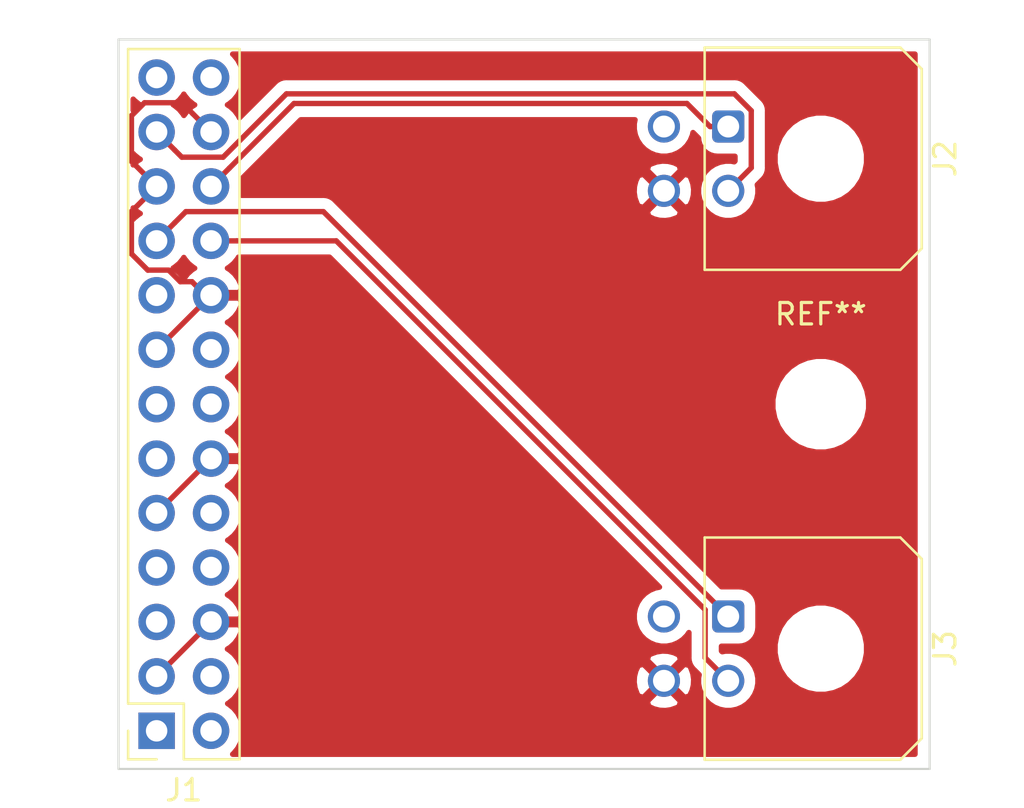
<source format=kicad_pcb>
(kicad_pcb (version 20171130) (host pcbnew "(5.1.2-1)-1")

  (general
    (thickness 1.6)
    (drawings 4)
    (tracks 39)
    (zones 0)
    (modules 4)
    (nets 6)
  )

  (page A4)
  (layers
    (0 F.Cu signal)
    (31 B.Cu signal)
    (32 B.Adhes user)
    (33 F.Adhes user)
    (34 B.Paste user)
    (35 F.Paste user)
    (36 B.SilkS user)
    (37 F.SilkS user)
    (38 B.Mask user)
    (39 F.Mask user)
    (40 Dwgs.User user)
    (41 Cmts.User user)
    (42 Eco1.User user)
    (43 Eco2.User user)
    (44 Edge.Cuts user)
    (45 Margin user)
    (46 B.CrtYd user)
    (47 F.CrtYd user)
    (48 B.Fab user)
    (49 F.Fab user)
  )

  (setup
    (last_trace_width 0.25)
    (trace_clearance 0.2)
    (zone_clearance 0.508)
    (zone_45_only no)
    (trace_min 0.2)
    (via_size 0.8)
    (via_drill 0.4)
    (via_min_size 0.4)
    (via_min_drill 0.3)
    (uvia_size 0.3)
    (uvia_drill 0.1)
    (uvias_allowed no)
    (uvia_min_size 0.2)
    (uvia_min_drill 0.1)
    (edge_width 0.05)
    (segment_width 0.2)
    (pcb_text_width 0.3)
    (pcb_text_size 1.5 1.5)
    (mod_edge_width 0.12)
    (mod_text_size 1 1)
    (mod_text_width 0.15)
    (pad_size 1.524 1.524)
    (pad_drill 0.762)
    (pad_to_mask_clearance 0.051)
    (solder_mask_min_width 0.25)
    (aux_axis_origin 0 0)
    (visible_elements FFFFFF7F)
    (pcbplotparams
      (layerselection 0x010fc_ffffffff)
      (usegerberextensions false)
      (usegerberattributes false)
      (usegerberadvancedattributes false)
      (creategerberjobfile false)
      (excludeedgelayer true)
      (linewidth 0.100000)
      (plotframeref false)
      (viasonmask false)
      (mode 1)
      (useauxorigin false)
      (hpglpennumber 1)
      (hpglpenspeed 20)
      (hpglpendiameter 15.000000)
      (psnegative false)
      (psa4output false)
      (plotreference true)
      (plotvalue true)
      (plotinvisibletext false)
      (padsonsilk false)
      (subtractmaskfromsilk false)
      (outputformat 1)
      (mirror false)
      (drillshape 0)
      (scaleselection 1)
      (outputdirectory "../../../../../../Downloads/idc_molex/"))
  )

  (net 0 "")
  (net 1 GND)
  (net 2 "Net-(J1-Pad23)")
  (net 3 "Net-(J1-Pad22)")
  (net 4 "Net-(J1-Pad20)")
  (net 5 "Net-(J1-Pad19)")

  (net_class Default "Dit is de standaard class."
    (clearance 0.2)
    (trace_width 0.25)
    (via_dia 0.8)
    (via_drill 0.4)
    (uvia_dia 0.3)
    (uvia_drill 0.1)
    (add_net GND)
    (add_net "Net-(J1-Pad1)")
    (add_net "Net-(J1-Pad10)")
    (add_net "Net-(J1-Pad11)")
    (add_net "Net-(J1-Pad13)")
    (add_net "Net-(J1-Pad14)")
    (add_net "Net-(J1-Pad16)")
    (add_net "Net-(J1-Pad17)")
    (add_net "Net-(J1-Pad19)")
    (add_net "Net-(J1-Pad2)")
    (add_net "Net-(J1-Pad20)")
    (add_net "Net-(J1-Pad22)")
    (add_net "Net-(J1-Pad23)")
    (add_net "Net-(J1-Pad25)")
    (add_net "Net-(J1-Pad26)")
    (add_net "Net-(J1-Pad4)")
    (add_net "Net-(J1-Pad5)")
    (add_net "Net-(J1-Pad7)")
    (add_net "Net-(J1-Pad8)")
    (add_net "Net-(J2-Pad3)")
    (add_net "Net-(J3-Pad3)")
  )

  (module MountingHole:MountingHole_3.2mm_M3 (layer F.Cu) (tedit 56D1B4CB) (tstamp 5DED39C8)
    (at 133.35 36.322)
    (descr "Mounting Hole 3.2mm, no annular, M3")
    (tags "mounting hole 3.2mm no annular m3")
    (attr virtual)
    (fp_text reference REF** (at 0 -4.2) (layer F.SilkS)
      (effects (font (size 1 1) (thickness 0.15)))
    )
    (fp_text value MountingHole_3.2mm_M3 (at 0 4.2) (layer F.Fab)
      (effects (font (size 1 1) (thickness 0.15)))
    )
    (fp_circle (center 0 0) (end 3.45 0) (layer F.CrtYd) (width 0.05))
    (fp_circle (center 0 0) (end 3.2 0) (layer Cmts.User) (width 0.15))
    (fp_text user %R (at 0.3 0) (layer F.Fab)
      (effects (font (size 1 1) (thickness 0.15)))
    )
    (pad 1 np_thru_hole circle (at 0 0) (size 3.2 3.2) (drill 3.2) (layers *.Cu *.Mask))
  )

  (module Connector_Molex:Molex_Micro-Fit_3.0_43045-0400_2x02_P3.00mm_Horizontal (layer F.Cu) (tedit 5B799D96) (tstamp 5DED255B)
    (at 129.032 46.228 270)
    (descr "Molex Micro-Fit 3.0 Connector System, 43045-0400 (compatible alternatives: 43045-0401, 43045-0402), 2 Pins per row (https://www.molex.com/pdm_docs/sd/430450200_sd.pdf), generated with kicad-footprint-generator")
    (tags "connector Molex Micro-Fit_3.0 top entry")
    (path /5DED45A9)
    (fp_text reference J3 (at 1.5 -10.12 90) (layer F.SilkS)
      (effects (font (size 1 1) (thickness 0.15)))
    )
    (fp_text value Conn_01x04 (at 1.5 5.7 90) (layer F.Fab)
      (effects (font (size 1 1) (thickness 0.15)))
    )
    (fp_text user %R (at 1.5 -8.22 90) (layer F.Fab)
      (effects (font (size 1 1) (thickness 0.15)))
    )
    (fp_line (start -1.25 1.49) (end -4.08 1.49) (layer F.CrtYd) (width 0.05))
    (fp_line (start -1.25 4.25) (end -1.25 1.49) (layer F.CrtYd) (width 0.05))
    (fp_line (start 4.25 4.25) (end -1.25 4.25) (layer F.CrtYd) (width 0.05))
    (fp_line (start 4.25 1.49) (end 4.25 4.25) (layer F.CrtYd) (width 0.05))
    (fp_line (start 7.08 1.49) (end 4.25 1.49) (layer F.CrtYd) (width 0.05))
    (fp_line (start 7.08 -9.42) (end 7.08 1.49) (layer F.CrtYd) (width 0.05))
    (fp_line (start -4.08 -9.42) (end 7.08 -9.42) (layer F.CrtYd) (width 0.05))
    (fp_line (start -4.08 1.49) (end -4.08 -9.42) (layer F.CrtYd) (width 0.05))
    (fp_line (start 6.685 1.1) (end -3.685 1.1) (layer F.SilkS) (width 0.12))
    (fp_line (start 6.685 -8.03) (end 6.685 1.1) (layer F.SilkS) (width 0.12))
    (fp_line (start 5.685 -9.03) (end 6.685 -8.03) (layer F.SilkS) (width 0.12))
    (fp_line (start -2.685 -9.03) (end 5.685 -9.03) (layer F.SilkS) (width 0.12))
    (fp_line (start -3.685 -8.03) (end -2.685 -9.03) (layer F.SilkS) (width 0.12))
    (fp_line (start -3.685 1.1) (end -3.685 -8.03) (layer F.SilkS) (width 0.12))
    (fp_line (start 0 0) (end 0.75 0.99) (layer F.Fab) (width 0.1))
    (fp_line (start -0.75 0.99) (end 0 0) (layer F.Fab) (width 0.1))
    (fp_line (start 6.575 0.99) (end -3.575 0.99) (layer F.Fab) (width 0.1))
    (fp_line (start 6.575 -7.92) (end 6.575 0.99) (layer F.Fab) (width 0.1))
    (fp_line (start 5.575 -8.92) (end 6.575 -7.92) (layer F.Fab) (width 0.1))
    (fp_line (start -2.575 -8.92) (end 5.575 -8.92) (layer F.Fab) (width 0.1))
    (fp_line (start -3.575 -7.92) (end -2.575 -8.92) (layer F.Fab) (width 0.1))
    (fp_line (start -3.575 0.99) (end -3.575 -7.92) (layer F.Fab) (width 0.1))
    (pad 4 thru_hole circle (at 3 3 270) (size 1.5 1.5) (drill 1.02) (layers *.Cu *.Mask)
      (net 1 GND))
    (pad 3 thru_hole circle (at 0 3 270) (size 1.5 1.5) (drill 1.02) (layers *.Cu *.Mask))
    (pad 2 thru_hole circle (at 3 0 270) (size 1.5 1.5) (drill 1.02) (layers *.Cu *.Mask)
      (net 4 "Net-(J1-Pad20)"))
    (pad 1 thru_hole roundrect (at 0 0 270) (size 1.5 1.5) (drill 1.02) (layers *.Cu *.Mask) (roundrect_rratio 0.166667)
      (net 5 "Net-(J1-Pad19)"))
    (pad "" np_thru_hole circle (at 1.5 -4.32 270) (size 3 3) (drill 3) (layers *.Cu *.Mask))
    (model ${KISYS3DMOD}/Connector_Molex.3dshapes/Molex_Micro-Fit_3.0_43045-0400_2x02_P3.00mm_Horizontal.wrl
      (at (xyz 0 0 0))
      (scale (xyz 1 1 1))
      (rotate (xyz 0 0 0))
    )
  )

  (module Connector_Molex:Molex_Micro-Fit_3.0_43045-0400_2x02_P3.00mm_Horizontal (layer F.Cu) (tedit 5B799D96) (tstamp 5DED253B)
    (at 129.032 23.368 270)
    (descr "Molex Micro-Fit 3.0 Connector System, 43045-0400 (compatible alternatives: 43045-0401, 43045-0402), 2 Pins per row (https://www.molex.com/pdm_docs/sd/430450200_sd.pdf), generated with kicad-footprint-generator")
    (tags "connector Molex Micro-Fit_3.0 top entry")
    (path /5DED3E5C)
    (fp_text reference J2 (at 1.5 -10.12 90) (layer F.SilkS)
      (effects (font (size 1 1) (thickness 0.15)))
    )
    (fp_text value Conn_01x04 (at 1.5 5.7 90) (layer F.Fab)
      (effects (font (size 1 1) (thickness 0.15)))
    )
    (fp_text user %R (at 1.5 -8.22 90) (layer F.Fab)
      (effects (font (size 1 1) (thickness 0.15)))
    )
    (fp_line (start -1.25 1.49) (end -4.08 1.49) (layer F.CrtYd) (width 0.05))
    (fp_line (start -1.25 4.25) (end -1.25 1.49) (layer F.CrtYd) (width 0.05))
    (fp_line (start 4.25 4.25) (end -1.25 4.25) (layer F.CrtYd) (width 0.05))
    (fp_line (start 4.25 1.49) (end 4.25 4.25) (layer F.CrtYd) (width 0.05))
    (fp_line (start 7.08 1.49) (end 4.25 1.49) (layer F.CrtYd) (width 0.05))
    (fp_line (start 7.08 -9.42) (end 7.08 1.49) (layer F.CrtYd) (width 0.05))
    (fp_line (start -4.08 -9.42) (end 7.08 -9.42) (layer F.CrtYd) (width 0.05))
    (fp_line (start -4.08 1.49) (end -4.08 -9.42) (layer F.CrtYd) (width 0.05))
    (fp_line (start 6.685 1.1) (end -3.685 1.1) (layer F.SilkS) (width 0.12))
    (fp_line (start 6.685 -8.03) (end 6.685 1.1) (layer F.SilkS) (width 0.12))
    (fp_line (start 5.685 -9.03) (end 6.685 -8.03) (layer F.SilkS) (width 0.12))
    (fp_line (start -2.685 -9.03) (end 5.685 -9.03) (layer F.SilkS) (width 0.12))
    (fp_line (start -3.685 -8.03) (end -2.685 -9.03) (layer F.SilkS) (width 0.12))
    (fp_line (start -3.685 1.1) (end -3.685 -8.03) (layer F.SilkS) (width 0.12))
    (fp_line (start 0 0) (end 0.75 0.99) (layer F.Fab) (width 0.1))
    (fp_line (start -0.75 0.99) (end 0 0) (layer F.Fab) (width 0.1))
    (fp_line (start 6.575 0.99) (end -3.575 0.99) (layer F.Fab) (width 0.1))
    (fp_line (start 6.575 -7.92) (end 6.575 0.99) (layer F.Fab) (width 0.1))
    (fp_line (start 5.575 -8.92) (end 6.575 -7.92) (layer F.Fab) (width 0.1))
    (fp_line (start -2.575 -8.92) (end 5.575 -8.92) (layer F.Fab) (width 0.1))
    (fp_line (start -3.575 -7.92) (end -2.575 -8.92) (layer F.Fab) (width 0.1))
    (fp_line (start -3.575 0.99) (end -3.575 -7.92) (layer F.Fab) (width 0.1))
    (pad 4 thru_hole circle (at 3 3 270) (size 1.5 1.5) (drill 1.02) (layers *.Cu *.Mask)
      (net 1 GND))
    (pad 3 thru_hole circle (at 0 3 270) (size 1.5 1.5) (drill 1.02) (layers *.Cu *.Mask))
    (pad 2 thru_hole circle (at 3 0 270) (size 1.5 1.5) (drill 1.02) (layers *.Cu *.Mask)
      (net 2 "Net-(J1-Pad23)"))
    (pad 1 thru_hole roundrect (at 0 0 270) (size 1.5 1.5) (drill 1.02) (layers *.Cu *.Mask) (roundrect_rratio 0.166667)
      (net 3 "Net-(J1-Pad22)"))
    (pad "" np_thru_hole circle (at 1.5 -4.32 270) (size 3 3) (drill 3) (layers *.Cu *.Mask))
    (model ${KISYS3DMOD}/Connector_Molex.3dshapes/Molex_Micro-Fit_3.0_43045-0400_2x02_P3.00mm_Horizontal.wrl
      (at (xyz 0 0 0))
      (scale (xyz 1 1 1))
      (rotate (xyz 0 0 0))
    )
  )

  (module Connector_PinSocket_2.54mm:PinSocket_2x13_P2.54mm_Vertical (layer F.Cu) (tedit 5A19A430) (tstamp 5DED251B)
    (at 102.362 51.562 180)
    (descr "Through hole straight socket strip, 2x13, 2.54mm pitch, double cols (from Kicad 4.0.7), script generated")
    (tags "Through hole socket strip THT 2x13 2.54mm double row")
    (path /5DED245C)
    (fp_text reference J1 (at -1.27 -2.77) (layer F.SilkS)
      (effects (font (size 1 1) (thickness 0.15)))
    )
    (fp_text value Conn_02x13_Odd_Even (at -1.27 33.25) (layer F.Fab)
      (effects (font (size 1 1) (thickness 0.15)))
    )
    (fp_text user %R (at -1.27 15.24 90) (layer F.Fab)
      (effects (font (size 1 1) (thickness 0.15)))
    )
    (fp_line (start -4.34 32.25) (end -4.34 -1.8) (layer F.CrtYd) (width 0.05))
    (fp_line (start 1.76 32.25) (end -4.34 32.25) (layer F.CrtYd) (width 0.05))
    (fp_line (start 1.76 -1.8) (end 1.76 32.25) (layer F.CrtYd) (width 0.05))
    (fp_line (start -4.34 -1.8) (end 1.76 -1.8) (layer F.CrtYd) (width 0.05))
    (fp_line (start 0 -1.33) (end 1.33 -1.33) (layer F.SilkS) (width 0.12))
    (fp_line (start 1.33 -1.33) (end 1.33 0) (layer F.SilkS) (width 0.12))
    (fp_line (start -1.27 -1.33) (end -1.27 1.27) (layer F.SilkS) (width 0.12))
    (fp_line (start -1.27 1.27) (end 1.33 1.27) (layer F.SilkS) (width 0.12))
    (fp_line (start 1.33 1.27) (end 1.33 31.81) (layer F.SilkS) (width 0.12))
    (fp_line (start -3.87 31.81) (end 1.33 31.81) (layer F.SilkS) (width 0.12))
    (fp_line (start -3.87 -1.33) (end -3.87 31.81) (layer F.SilkS) (width 0.12))
    (fp_line (start -3.87 -1.33) (end -1.27 -1.33) (layer F.SilkS) (width 0.12))
    (fp_line (start -3.81 31.75) (end -3.81 -1.27) (layer F.Fab) (width 0.1))
    (fp_line (start 1.27 31.75) (end -3.81 31.75) (layer F.Fab) (width 0.1))
    (fp_line (start 1.27 -0.27) (end 1.27 31.75) (layer F.Fab) (width 0.1))
    (fp_line (start 0.27 -1.27) (end 1.27 -0.27) (layer F.Fab) (width 0.1))
    (fp_line (start -3.81 -1.27) (end 0.27 -1.27) (layer F.Fab) (width 0.1))
    (pad 26 thru_hole oval (at -2.54 30.48 180) (size 1.7 1.7) (drill 1) (layers *.Cu *.Mask))
    (pad 25 thru_hole oval (at 0 30.48 180) (size 1.7 1.7) (drill 1) (layers *.Cu *.Mask))
    (pad 24 thru_hole oval (at -2.54 27.94 180) (size 1.7 1.7) (drill 1) (layers *.Cu *.Mask)
      (net 1 GND))
    (pad 23 thru_hole oval (at 0 27.94 180) (size 1.7 1.7) (drill 1) (layers *.Cu *.Mask)
      (net 2 "Net-(J1-Pad23)"))
    (pad 22 thru_hole oval (at -2.54 25.4 180) (size 1.7 1.7) (drill 1) (layers *.Cu *.Mask)
      (net 3 "Net-(J1-Pad22)"))
    (pad 21 thru_hole oval (at 0 25.4 180) (size 1.7 1.7) (drill 1) (layers *.Cu *.Mask)
      (net 1 GND))
    (pad 20 thru_hole oval (at -2.54 22.86 180) (size 1.7 1.7) (drill 1) (layers *.Cu *.Mask)
      (net 4 "Net-(J1-Pad20)"))
    (pad 19 thru_hole oval (at 0 22.86 180) (size 1.7 1.7) (drill 1) (layers *.Cu *.Mask)
      (net 5 "Net-(J1-Pad19)"))
    (pad 18 thru_hole oval (at -2.54 20.32 180) (size 1.7 1.7) (drill 1) (layers *.Cu *.Mask)
      (net 1 GND))
    (pad 17 thru_hole oval (at 0 20.32 180) (size 1.7 1.7) (drill 1) (layers *.Cu *.Mask))
    (pad 16 thru_hole oval (at -2.54 17.78 180) (size 1.7 1.7) (drill 1) (layers *.Cu *.Mask))
    (pad 15 thru_hole oval (at 0 17.78 180) (size 1.7 1.7) (drill 1) (layers *.Cu *.Mask)
      (net 1 GND))
    (pad 14 thru_hole oval (at -2.54 15.24 180) (size 1.7 1.7) (drill 1) (layers *.Cu *.Mask))
    (pad 13 thru_hole oval (at 0 15.24 180) (size 1.7 1.7) (drill 1) (layers *.Cu *.Mask))
    (pad 12 thru_hole oval (at -2.54 12.7 180) (size 1.7 1.7) (drill 1) (layers *.Cu *.Mask)
      (net 1 GND))
    (pad 11 thru_hole oval (at 0 12.7 180) (size 1.7 1.7) (drill 1) (layers *.Cu *.Mask))
    (pad 10 thru_hole oval (at -2.54 10.16 180) (size 1.7 1.7) (drill 1) (layers *.Cu *.Mask))
    (pad 9 thru_hole oval (at 0 10.16 180) (size 1.7 1.7) (drill 1) (layers *.Cu *.Mask)
      (net 1 GND))
    (pad 8 thru_hole oval (at -2.54 7.62 180) (size 1.7 1.7) (drill 1) (layers *.Cu *.Mask))
    (pad 7 thru_hole oval (at 0 7.62 180) (size 1.7 1.7) (drill 1) (layers *.Cu *.Mask))
    (pad 6 thru_hole oval (at -2.54 5.08 180) (size 1.7 1.7) (drill 1) (layers *.Cu *.Mask)
      (net 1 GND))
    (pad 5 thru_hole oval (at 0 5.08 180) (size 1.7 1.7) (drill 1) (layers *.Cu *.Mask))
    (pad 4 thru_hole oval (at -2.54 2.54 180) (size 1.7 1.7) (drill 1) (layers *.Cu *.Mask))
    (pad 3 thru_hole oval (at 0 2.54 180) (size 1.7 1.7) (drill 1) (layers *.Cu *.Mask)
      (net 1 GND))
    (pad 2 thru_hole oval (at -2.54 0 180) (size 1.7 1.7) (drill 1) (layers *.Cu *.Mask))
    (pad 1 thru_hole rect (at 0 0 180) (size 1.7 1.7) (drill 1) (layers *.Cu *.Mask))
    (model ${KISYS3DMOD}/Connector_PinSocket_2.54mm.3dshapes/PinSocket_2x13_P2.54mm_Vertical.wrl
      (at (xyz 0 0 0))
      (scale (xyz 1 1 1))
      (rotate (xyz 0 0 0))
    )
  )

  (gr_line (start 100.584 53.34) (end 100.584 19.304) (layer Edge.Cuts) (width 0.1))
  (gr_line (start 138.43 53.34) (end 100.584 53.34) (layer Edge.Cuts) (width 0.1))
  (gr_line (start 138.43 19.304) (end 138.43 53.34) (layer Edge.Cuts) (width 0.1))
  (gr_line (start 100.584 19.304) (end 138.43 19.304) (layer Edge.Cuts) (width 0.1))

  (segment (start 102.362 49.022) (end 104.902 46.482) (width 0.25) (layer F.Cu) (net 1))
  (segment (start 102.362 41.402) (end 104.902 38.862) (width 0.25) (layer F.Cu) (net 1))
  (segment (start 102.362 33.782) (end 104.902 31.242) (width 0.25) (layer F.Cu) (net 1))
  (segment (start 103.537001 22.257001) (end 104.052001 22.772001) (width 0.25) (layer F.Cu) (net 1))
  (segment (start 101.186999 22.868001) (end 101.797999 22.257001) (width 0.25) (layer F.Cu) (net 1))
  (segment (start 104.052001 22.772001) (end 104.902 23.622) (width 0.25) (layer F.Cu) (net 1))
  (segment (start 101.186999 24.986999) (end 101.186999 22.868001) (width 0.25) (layer F.Cu) (net 1))
  (segment (start 101.797999 22.257001) (end 103.537001 22.257001) (width 0.25) (layer F.Cu) (net 1))
  (segment (start 102.362 26.162) (end 101.186999 24.986999) (width 0.25) (layer F.Cu) (net 1))
  (segment (start 103.466002 30.607) (end 104.013 30.607) (width 0.25) (layer F.Cu) (net 1))
  (segment (start 104.013 30.607) (end 104.648 31.242) (width 0.25) (layer F.Cu) (net 1))
  (segment (start 101.948999 30.066999) (end 102.926001 30.066999) (width 0.25) (layer F.Cu) (net 1))
  (segment (start 102.926001 30.066999) (end 103.466002 30.607) (width 0.25) (layer F.Cu) (net 1))
  (segment (start 101.186999 29.304999) (end 101.948999 30.066999) (width 0.25) (layer F.Cu) (net 1))
  (segment (start 104.648 31.242) (end 104.902 31.242) (width 0.25) (layer F.Cu) (net 1))
  (segment (start 101.186999 27.337001) (end 101.186999 29.304999) (width 0.25) (layer F.Cu) (net 1))
  (segment (start 102.362 26.162) (end 101.186999 27.337001) (width 0.25) (layer F.Cu) (net 1))
  (segment (start 103.211999 24.471999) (end 102.362 23.622) (width 0.25) (layer F.Cu) (net 2))
  (segment (start 108.420013 21.842989) (end 105.466001 24.797001) (width 0.25) (layer F.Cu) (net 2))
  (segment (start 103.537001 24.797001) (end 103.211999 24.471999) (width 0.25) (layer F.Cu) (net 2))
  (segment (start 129.320179 21.842989) (end 108.420013 21.842989) (width 0.25) (layer F.Cu) (net 2))
  (segment (start 130.10701 22.62982) (end 129.320179 21.842989) (width 0.25) (layer F.Cu) (net 2))
  (segment (start 105.466001 24.797001) (end 103.537001 24.797001) (width 0.25) (layer F.Cu) (net 2))
  (segment (start 130.10701 25.29299) (end 130.10701 22.62982) (width 0.25) (layer F.Cu) (net 2))
  (segment (start 129.032 26.368) (end 130.10701 25.29299) (width 0.25) (layer F.Cu) (net 2))
  (segment (start 108.771001 22.292999) (end 105.751999 25.312001) (width 0.25) (layer F.Cu) (net 3))
  (segment (start 127.106999 22.292999) (end 108.771001 22.292999) (width 0.25) (layer F.Cu) (net 3))
  (segment (start 128.182 23.368) (end 127.106999 22.292999) (width 0.25) (layer F.Cu) (net 3))
  (segment (start 105.751999 25.312001) (end 104.902 26.162) (width 0.25) (layer F.Cu) (net 3))
  (segment (start 129.032 23.368) (end 128.182 23.368) (width 0.25) (layer F.Cu) (net 3))
  (segment (start 106.104081 28.702) (end 104.902 28.702) (width 0.25) (layer F.Cu) (net 4))
  (segment (start 110.744 28.702) (end 106.104081 28.702) (width 0.25) (layer F.Cu) (net 4))
  (segment (start 127.95699 45.91499) (end 110.744 28.702) (width 0.25) (layer F.Cu) (net 4))
  (segment (start 127.95699 48.15299) (end 127.95699 45.91499) (width 0.25) (layer F.Cu) (net 4))
  (segment (start 129.032 49.228) (end 127.95699 48.15299) (width 0.25) (layer F.Cu) (net 4))
  (segment (start 103.211999 27.852001) (end 102.362 28.702) (width 0.25) (layer F.Cu) (net 5))
  (segment (start 103.726999 27.337001) (end 103.211999 27.852001) (width 0.25) (layer F.Cu) (net 5))
  (segment (start 110.141001 27.337001) (end 103.726999 27.337001) (width 0.25) (layer F.Cu) (net 5))
  (segment (start 129.032 46.228) (end 110.141001 27.337001) (width 0.25) (layer F.Cu) (net 5))

  (zone (net 1) (net_name GND) (layer F.Cu) (tstamp 0) (hatch edge 0.508)
    (connect_pads (clearance 0.508))
    (min_thickness 0.254)
    (fill yes (arc_segments 32) (thermal_gap 0.508) (thermal_bridge_width 0.508))
    (polygon
      (pts
        (xy 100.584 19.304) (xy 138.43 19.304) (xy 138.43 53.34) (xy 100.584 53.34)
      )
    )
    (filled_polygon
      (pts
        (xy 137.745001 52.655) (xy 105.910994 52.655) (xy 105.957134 52.617134) (xy 106.142706 52.391014) (xy 106.280599 52.133034)
        (xy 106.365513 51.853111) (xy 106.394185 51.562) (xy 106.365513 51.270889) (xy 106.280599 50.990966) (xy 106.142706 50.732986)
        (xy 105.957134 50.506866) (xy 105.731014 50.321294) (xy 105.676209 50.292) (xy 105.731014 50.262706) (xy 105.825707 50.184993)
        (xy 125.254612 50.184993) (xy 125.320137 50.42386) (xy 125.567116 50.53976) (xy 125.83196 50.60525) (xy 126.104492 50.617812)
        (xy 126.374238 50.576965) (xy 126.630832 50.484277) (xy 126.743863 50.42386) (xy 126.809388 50.184993) (xy 126.032 49.407605)
        (xy 125.254612 50.184993) (xy 105.825707 50.184993) (xy 105.957134 50.077134) (xy 106.142706 49.851014) (xy 106.280599 49.593034)
        (xy 106.365513 49.313111) (xy 106.366755 49.300492) (xy 124.642188 49.300492) (xy 124.683035 49.570238) (xy 124.775723 49.826832)
        (xy 124.83614 49.939863) (xy 125.075007 50.005388) (xy 125.852395 49.228) (xy 126.211605 49.228) (xy 126.988993 50.005388)
        (xy 127.22786 49.939863) (xy 127.34376 49.692884) (xy 127.40925 49.42804) (xy 127.421812 49.155508) (xy 127.380965 48.885762)
        (xy 127.288277 48.629168) (xy 127.22786 48.516137) (xy 126.988993 48.450612) (xy 126.211605 49.228) (xy 125.852395 49.228)
        (xy 125.075007 48.450612) (xy 124.83614 48.516137) (xy 124.72024 48.763116) (xy 124.65475 49.02796) (xy 124.642188 49.300492)
        (xy 106.366755 49.300492) (xy 106.394185 49.022) (xy 106.365513 48.730889) (xy 106.280599 48.450966) (xy 106.18441 48.271007)
        (xy 125.254612 48.271007) (xy 126.032 49.048395) (xy 126.809388 48.271007) (xy 126.743863 48.03214) (xy 126.496884 47.91624)
        (xy 126.23204 47.85075) (xy 125.959508 47.838188) (xy 125.689762 47.879035) (xy 125.433168 47.971723) (xy 125.320137 48.03214)
        (xy 125.254612 48.271007) (xy 106.18441 48.271007) (xy 106.142706 48.192986) (xy 105.957134 47.966866) (xy 105.731014 47.781294)
        (xy 105.666477 47.746799) (xy 105.783355 47.677178) (xy 105.999588 47.482269) (xy 106.173641 47.24892) (xy 106.298825 46.986099)
        (xy 106.343476 46.83889) (xy 106.222155 46.609) (xy 105.029 46.609) (xy 105.029 46.629) (xy 104.775 46.629)
        (xy 104.775 46.609) (xy 104.755 46.609) (xy 104.755 46.355) (xy 104.775 46.355) (xy 104.775 46.335)
        (xy 105.029 46.335) (xy 105.029 46.355) (xy 106.222155 46.355) (xy 106.343476 46.12511) (xy 106.298825 45.977901)
        (xy 106.173641 45.71508) (xy 105.999588 45.481731) (xy 105.783355 45.286822) (xy 105.666477 45.217201) (xy 105.731014 45.182706)
        (xy 105.957134 44.997134) (xy 106.142706 44.771014) (xy 106.280599 44.513034) (xy 106.365513 44.233111) (xy 106.394185 43.942)
        (xy 106.365513 43.650889) (xy 106.280599 43.370966) (xy 106.142706 43.112986) (xy 105.957134 42.886866) (xy 105.731014 42.701294)
        (xy 105.676209 42.672) (xy 105.731014 42.642706) (xy 105.957134 42.457134) (xy 106.142706 42.231014) (xy 106.280599 41.973034)
        (xy 106.365513 41.693111) (xy 106.394185 41.402) (xy 106.365513 41.110889) (xy 106.280599 40.830966) (xy 106.142706 40.572986)
        (xy 105.957134 40.346866) (xy 105.731014 40.161294) (xy 105.666477 40.126799) (xy 105.783355 40.057178) (xy 105.999588 39.862269)
        (xy 106.173641 39.62892) (xy 106.298825 39.366099) (xy 106.343476 39.21889) (xy 106.222155 38.989) (xy 105.029 38.989)
        (xy 105.029 39.009) (xy 104.775 39.009) (xy 104.775 38.989) (xy 104.755 38.989) (xy 104.755 38.735)
        (xy 104.775 38.735) (xy 104.775 38.715) (xy 105.029 38.715) (xy 105.029 38.735) (xy 106.222155 38.735)
        (xy 106.343476 38.50511) (xy 106.298825 38.357901) (xy 106.173641 38.09508) (xy 105.999588 37.861731) (xy 105.783355 37.666822)
        (xy 105.666477 37.597201) (xy 105.731014 37.562706) (xy 105.957134 37.377134) (xy 106.142706 37.151014) (xy 106.280599 36.893034)
        (xy 106.365513 36.613111) (xy 106.394185 36.322) (xy 106.365513 36.030889) (xy 106.280599 35.750966) (xy 106.142706 35.492986)
        (xy 105.957134 35.266866) (xy 105.731014 35.081294) (xy 105.676209 35.052) (xy 105.731014 35.022706) (xy 105.957134 34.837134)
        (xy 106.142706 34.611014) (xy 106.280599 34.353034) (xy 106.365513 34.073111) (xy 106.394185 33.782) (xy 106.365513 33.490889)
        (xy 106.280599 33.210966) (xy 106.142706 32.952986) (xy 105.957134 32.726866) (xy 105.731014 32.541294) (xy 105.666477 32.506799)
        (xy 105.783355 32.437178) (xy 105.999588 32.242269) (xy 106.173641 32.00892) (xy 106.298825 31.746099) (xy 106.343476 31.59889)
        (xy 106.222155 31.369) (xy 105.029 31.369) (xy 105.029 31.389) (xy 104.775 31.389) (xy 104.775 31.369)
        (xy 104.755 31.369) (xy 104.755 31.115) (xy 104.775 31.115) (xy 104.775 31.095) (xy 105.029 31.095)
        (xy 105.029 31.115) (xy 106.222155 31.115) (xy 106.343476 30.88511) (xy 106.298825 30.737901) (xy 106.173641 30.47508)
        (xy 105.999588 30.241731) (xy 105.783355 30.046822) (xy 105.666477 29.977201) (xy 105.731014 29.942706) (xy 105.957134 29.757134)
        (xy 106.142706 29.531014) (xy 106.179595 29.462) (xy 110.429199 29.462) (xy 125.824365 44.857167) (xy 125.628011 44.896225)
        (xy 125.375957 45.000629) (xy 125.149114 45.152201) (xy 124.956201 45.345114) (xy 124.804629 45.571957) (xy 124.700225 45.824011)
        (xy 124.647 46.091589) (xy 124.647 46.364411) (xy 124.700225 46.631989) (xy 124.804629 46.884043) (xy 124.956201 47.110886)
        (xy 125.149114 47.303799) (xy 125.375957 47.455371) (xy 125.628011 47.559775) (xy 125.895589 47.613) (xy 126.168411 47.613)
        (xy 126.435989 47.559775) (xy 126.688043 47.455371) (xy 126.914886 47.303799) (xy 127.107799 47.110886) (xy 127.196991 46.977402)
        (xy 127.19699 48.115667) (xy 127.193314 48.15299) (xy 127.19699 48.190312) (xy 127.19699 48.190322) (xy 127.207987 48.301975)
        (xy 127.251444 48.445236) (xy 127.322016 48.577266) (xy 127.361861 48.625816) (xy 127.416989 48.692991) (xy 127.445992 48.716794)
        (xy 127.675833 48.946635) (xy 127.647 49.091589) (xy 127.647 49.364411) (xy 127.700225 49.631989) (xy 127.804629 49.884043)
        (xy 127.956201 50.110886) (xy 128.149114 50.303799) (xy 128.375957 50.455371) (xy 128.628011 50.559775) (xy 128.895589 50.613)
        (xy 129.168411 50.613) (xy 129.435989 50.559775) (xy 129.688043 50.455371) (xy 129.914886 50.303799) (xy 130.107799 50.110886)
        (xy 130.259371 49.884043) (xy 130.363775 49.631989) (xy 130.417 49.364411) (xy 130.417 49.091589) (xy 130.363775 48.824011)
        (xy 130.259371 48.571957) (xy 130.107799 48.345114) (xy 129.914886 48.152201) (xy 129.688043 48.000629) (xy 129.435989 47.896225)
        (xy 129.168411 47.843) (xy 128.895589 47.843) (xy 128.750635 47.871833) (xy 128.71699 47.838189) (xy 128.71699 47.616072)
        (xy 129.532 47.616072) (xy 129.705254 47.599008) (xy 129.87185 47.548472) (xy 129.92938 47.517721) (xy 131.217 47.517721)
        (xy 131.217 47.938279) (xy 131.299047 48.350756) (xy 131.459988 48.739302) (xy 131.693637 49.088983) (xy 131.991017 49.386363)
        (xy 132.340698 49.620012) (xy 132.729244 49.780953) (xy 133.141721 49.863) (xy 133.562279 49.863) (xy 133.974756 49.780953)
        (xy 134.363302 49.620012) (xy 134.712983 49.386363) (xy 135.010363 49.088983) (xy 135.244012 48.739302) (xy 135.404953 48.350756)
        (xy 135.487 47.938279) (xy 135.487 47.517721) (xy 135.404953 47.105244) (xy 135.244012 46.716698) (xy 135.010363 46.367017)
        (xy 134.712983 46.069637) (xy 134.363302 45.835988) (xy 133.974756 45.675047) (xy 133.562279 45.593) (xy 133.141721 45.593)
        (xy 132.729244 45.675047) (xy 132.340698 45.835988) (xy 131.991017 46.069637) (xy 131.693637 46.367017) (xy 131.459988 46.716698)
        (xy 131.299047 47.105244) (xy 131.217 47.517721) (xy 129.92938 47.517721) (xy 130.025386 47.466405) (xy 130.159962 47.355962)
        (xy 130.270405 47.221386) (xy 130.352472 47.06785) (xy 130.403008 46.901254) (xy 130.420072 46.728) (xy 130.420072 45.728)
        (xy 130.403008 45.554746) (xy 130.352472 45.38815) (xy 130.270405 45.234614) (xy 130.159962 45.100038) (xy 130.025386 44.989595)
        (xy 129.87185 44.907528) (xy 129.705254 44.856992) (xy 129.532 44.839928) (xy 128.71873 44.839928) (xy 119.980674 36.101872)
        (xy 131.115 36.101872) (xy 131.115 36.542128) (xy 131.20089 36.973925) (xy 131.369369 37.380669) (xy 131.613962 37.746729)
        (xy 131.925271 38.058038) (xy 132.291331 38.302631) (xy 132.698075 38.47111) (xy 133.129872 38.557) (xy 133.570128 38.557)
        (xy 134.001925 38.47111) (xy 134.408669 38.302631) (xy 134.774729 38.058038) (xy 135.086038 37.746729) (xy 135.330631 37.380669)
        (xy 135.49911 36.973925) (xy 135.585 36.542128) (xy 135.585 36.101872) (xy 135.49911 35.670075) (xy 135.330631 35.263331)
        (xy 135.086038 34.897271) (xy 134.774729 34.585962) (xy 134.408669 34.341369) (xy 134.001925 34.17289) (xy 133.570128 34.087)
        (xy 133.129872 34.087) (xy 132.698075 34.17289) (xy 132.291331 34.341369) (xy 131.925271 34.585962) (xy 131.613962 34.897271)
        (xy 131.369369 35.263331) (xy 131.20089 35.670075) (xy 131.115 36.101872) (xy 119.980674 36.101872) (xy 111.203795 27.324993)
        (xy 125.254612 27.324993) (xy 125.320137 27.56386) (xy 125.567116 27.67976) (xy 125.83196 27.74525) (xy 126.104492 27.757812)
        (xy 126.374238 27.716965) (xy 126.630832 27.624277) (xy 126.743863 27.56386) (xy 126.809388 27.324993) (xy 126.032 26.547605)
        (xy 125.254612 27.324993) (xy 111.203795 27.324993) (xy 110.704805 26.826004) (xy 110.681002 26.797) (xy 110.565277 26.702027)
        (xy 110.433248 26.631455) (xy 110.289987 26.587998) (xy 110.178334 26.577001) (xy 110.178323 26.577001) (xy 110.141001 26.573325)
        (xy 110.103679 26.577001) (xy 106.327931 26.577001) (xy 106.365513 26.453111) (xy 106.366755 26.440492) (xy 124.642188 26.440492)
        (xy 124.683035 26.710238) (xy 124.775723 26.966832) (xy 124.83614 27.079863) (xy 125.075007 27.145388) (xy 125.852395 26.368)
        (xy 126.211605 26.368) (xy 126.988993 27.145388) (xy 127.22786 27.079863) (xy 127.34376 26.832884) (xy 127.40925 26.56804)
        (xy 127.421812 26.295508) (xy 127.380965 26.025762) (xy 127.288277 25.769168) (xy 127.22786 25.656137) (xy 126.988993 25.590612)
        (xy 126.211605 26.368) (xy 125.852395 26.368) (xy 125.075007 25.590612) (xy 124.83614 25.656137) (xy 124.72024 25.903116)
        (xy 124.65475 26.16796) (xy 124.642188 26.440492) (xy 106.366755 26.440492) (xy 106.394185 26.162) (xy 106.365513 25.870889)
        (xy 106.342797 25.796004) (xy 106.727794 25.411007) (xy 125.254612 25.411007) (xy 126.032 26.188395) (xy 126.809388 25.411007)
        (xy 126.743863 25.17214) (xy 126.496884 25.05624) (xy 126.23204 24.99075) (xy 125.959508 24.978188) (xy 125.689762 25.019035)
        (xy 125.433168 25.111723) (xy 125.320137 25.17214) (xy 125.254612 25.411007) (xy 106.727794 25.411007) (xy 109.085803 23.052999)
        (xy 124.682524 23.052999) (xy 124.647 23.231589) (xy 124.647 23.504411) (xy 124.700225 23.771989) (xy 124.804629 24.024043)
        (xy 124.956201 24.250886) (xy 125.149114 24.443799) (xy 125.375957 24.595371) (xy 125.628011 24.699775) (xy 125.895589 24.753)
        (xy 126.168411 24.753) (xy 126.435989 24.699775) (xy 126.688043 24.595371) (xy 126.914886 24.443799) (xy 127.107799 24.250886)
        (xy 127.259371 24.024043) (xy 127.363775 23.771989) (xy 127.388232 23.649034) (xy 127.618201 23.879003) (xy 127.641999 23.908001)
        (xy 127.648384 23.913241) (xy 127.660992 24.041254) (xy 127.711528 24.20785) (xy 127.793595 24.361386) (xy 127.904038 24.495962)
        (xy 128.038614 24.606405) (xy 128.19215 24.688472) (xy 128.358746 24.739008) (xy 128.532 24.756072) (xy 129.34701 24.756072)
        (xy 129.34701 24.978188) (xy 129.313365 25.011833) (xy 129.168411 24.983) (xy 128.895589 24.983) (xy 128.628011 25.036225)
        (xy 128.375957 25.140629) (xy 128.149114 25.292201) (xy 127.956201 25.485114) (xy 127.804629 25.711957) (xy 127.700225 25.964011)
        (xy 127.647 26.231589) (xy 127.647 26.504411) (xy 127.700225 26.771989) (xy 127.804629 27.024043) (xy 127.956201 27.250886)
        (xy 128.149114 27.443799) (xy 128.375957 27.595371) (xy 128.628011 27.699775) (xy 128.895589 27.753) (xy 129.168411 27.753)
        (xy 129.435989 27.699775) (xy 129.688043 27.595371) (xy 129.914886 27.443799) (xy 130.107799 27.250886) (xy 130.259371 27.024043)
        (xy 130.363775 26.771989) (xy 130.417 26.504411) (xy 130.417 26.231589) (xy 130.388167 26.086635) (xy 130.618014 25.856788)
        (xy 130.647011 25.832991) (xy 130.741984 25.717266) (xy 130.812556 25.585237) (xy 130.856013 25.441976) (xy 130.86701 25.330323)
        (xy 130.86701 25.330315) (xy 130.870686 25.29299) (xy 130.86701 25.255665) (xy 130.86701 24.657721) (xy 131.217 24.657721)
        (xy 131.217 25.078279) (xy 131.299047 25.490756) (xy 131.459988 25.879302) (xy 131.693637 26.228983) (xy 131.991017 26.526363)
        (xy 132.340698 26.760012) (xy 132.729244 26.920953) (xy 133.141721 27.003) (xy 133.562279 27.003) (xy 133.974756 26.920953)
        (xy 134.363302 26.760012) (xy 134.712983 26.526363) (xy 135.010363 26.228983) (xy 135.244012 25.879302) (xy 135.404953 25.490756)
        (xy 135.487 25.078279) (xy 135.487 24.657721) (xy 135.404953 24.245244) (xy 135.244012 23.856698) (xy 135.010363 23.507017)
        (xy 134.712983 23.209637) (xy 134.363302 22.975988) (xy 133.974756 22.815047) (xy 133.562279 22.733) (xy 133.141721 22.733)
        (xy 132.729244 22.815047) (xy 132.340698 22.975988) (xy 131.991017 23.209637) (xy 131.693637 23.507017) (xy 131.459988 23.856698)
        (xy 131.299047 24.245244) (xy 131.217 24.657721) (xy 130.86701 24.657721) (xy 130.86701 22.667142) (xy 130.870686 22.629819)
        (xy 130.86701 22.592496) (xy 130.86701 22.592487) (xy 130.856013 22.480834) (xy 130.812556 22.337573) (xy 130.804609 22.322706)
        (xy 130.741984 22.205543) (xy 130.670809 22.118817) (xy 130.647011 22.089819) (xy 130.618012 22.066021) (xy 129.883982 21.331991)
        (xy 129.86018 21.302988) (xy 129.744455 21.208015) (xy 129.612426 21.137443) (xy 129.469165 21.093986) (xy 129.357512 21.082989)
        (xy 129.357501 21.082989) (xy 129.320179 21.079313) (xy 129.282857 21.082989) (xy 108.457336 21.082989) (xy 108.420013 21.079313)
        (xy 108.38269 21.082989) (xy 108.38268 21.082989) (xy 108.271027 21.093986) (xy 108.127766 21.137443) (xy 107.995737 21.208015)
        (xy 107.880012 21.302988) (xy 107.856214 21.331986) (xy 106.225095 22.963106) (xy 106.173641 22.85508) (xy 105.999588 22.621731)
        (xy 105.783355 22.426822) (xy 105.666477 22.357201) (xy 105.731014 22.322706) (xy 105.957134 22.137134) (xy 106.142706 21.911014)
        (xy 106.280599 21.653034) (xy 106.365513 21.373111) (xy 106.394185 21.082) (xy 106.365513 20.790889) (xy 106.280599 20.510966)
        (xy 106.142706 20.252986) (xy 105.957134 20.026866) (xy 105.910994 19.989) (xy 137.745 19.989)
      )
    )
    (filled_polygon
      (pts
        (xy 102.489 48.895) (xy 102.509 48.895) (xy 102.509 49.149) (xy 102.489 49.149) (xy 102.489 49.169)
        (xy 102.235 49.169) (xy 102.235 49.149) (xy 102.215 49.149) (xy 102.215 48.895) (xy 102.235 48.895)
        (xy 102.235 48.875) (xy 102.489 48.875)
      )
    )
    (filled_polygon
      (pts
        (xy 102.489 41.275) (xy 102.509 41.275) (xy 102.509 41.529) (xy 102.489 41.529) (xy 102.489 41.549)
        (xy 102.235 41.549) (xy 102.235 41.529) (xy 102.215 41.529) (xy 102.215 41.275) (xy 102.235 41.275)
        (xy 102.235 41.255) (xy 102.489 41.255)
      )
    )
    (filled_polygon
      (pts
        (xy 102.489 33.655) (xy 102.509 33.655) (xy 102.509 33.909) (xy 102.489 33.909) (xy 102.489 33.929)
        (xy 102.235 33.929) (xy 102.235 33.909) (xy 102.215 33.909) (xy 102.215 33.655) (xy 102.235 33.655)
        (xy 102.235 33.635) (xy 102.489 33.635)
      )
    )
    (filled_polygon
      (pts
        (xy 103.661294 29.531014) (xy 103.846866 29.757134) (xy 104.072986 29.942706) (xy 104.137523 29.977201) (xy 104.020645 30.046822)
        (xy 103.804412 30.241731) (xy 103.633584 30.470756) (xy 103.602706 30.412986) (xy 103.417134 30.186866) (xy 103.191014 30.001294)
        (xy 103.136209 29.972) (xy 103.191014 29.942706) (xy 103.417134 29.757134) (xy 103.602706 29.531014) (xy 103.632 29.476209)
      )
    )
    (filled_polygon
      (pts
        (xy 101.480645 27.357178) (xy 101.597523 27.426799) (xy 101.532986 27.461294) (xy 101.306866 27.646866) (xy 101.269 27.693006)
        (xy 101.269 27.166405)
      )
    )
    (filled_polygon
      (pts
        (xy 102.489 26.035) (xy 102.509 26.035) (xy 102.509 26.289) (xy 102.489 26.289) (xy 102.489 26.309)
        (xy 102.235 26.309) (xy 102.235 26.289) (xy 102.215 26.289) (xy 102.215 26.035) (xy 102.235 26.035)
        (xy 102.235 26.015) (xy 102.489 26.015)
      )
    )
    (filled_polygon
      (pts
        (xy 101.306866 24.677134) (xy 101.532986 24.862706) (xy 101.597523 24.897201) (xy 101.480645 24.966822) (xy 101.269 25.157595)
        (xy 101.269 24.630994)
      )
    )
    (filled_polygon
      (pts
        (xy 105.029 23.495) (xy 105.049 23.495) (xy 105.049 23.749) (xy 105.029 23.749) (xy 105.029 23.769)
        (xy 104.775 23.769) (xy 104.775 23.749) (xy 104.755 23.749) (xy 104.755 23.495) (xy 104.775 23.495)
        (xy 104.775 23.475) (xy 105.029 23.475)
      )
    )
    (filled_polygon
      (pts
        (xy 103.661294 21.911014) (xy 103.846866 22.137134) (xy 104.072986 22.322706) (xy 104.137523 22.357201) (xy 104.020645 22.426822)
        (xy 103.804412 22.621731) (xy 103.633584 22.850756) (xy 103.602706 22.792986) (xy 103.417134 22.566866) (xy 103.191014 22.381294)
        (xy 103.136209 22.352) (xy 103.191014 22.322706) (xy 103.417134 22.137134) (xy 103.602706 21.911014) (xy 103.632 21.856209)
      )
    )
    (filled_polygon
      (pts
        (xy 101.306866 22.137134) (xy 101.532986 22.322706) (xy 101.587791 22.352) (xy 101.532986 22.381294) (xy 101.306866 22.566866)
        (xy 101.269 22.613006) (xy 101.269 22.090994)
      )
    )
  )
)

</source>
